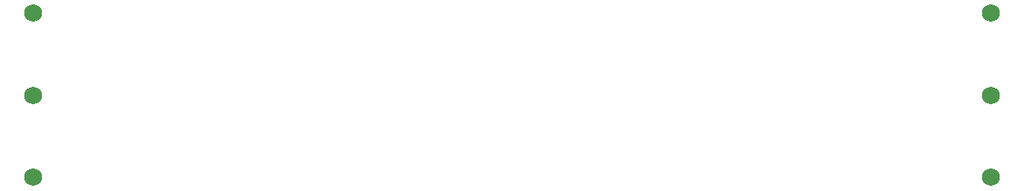
<source format=gbr>
G04 #@! TF.FileFunction,Soldermask,Bot*
%FSLAX46Y46*%
G04 Gerber Fmt 4.6, Leading zero omitted, Abs format (unit mm)*
G04 Created by KiCad (PCBNEW (after 2015-may-25 BZR unknown)-product) date 6/10/2015 5:06:00 PM*
%MOMM*%
G01*
G04 APERTURE LIST*
%ADD10C,0.100000*%
%ADD11C,1.750000*%
G04 APERTURE END LIST*
D10*
D11*
X69500000Y-76000000D03*
X69500000Y-68000000D03*
X69500000Y-60000000D03*
X162500000Y-76000000D03*
X162500000Y-68000000D03*
X162500000Y-60000000D03*
M02*

</source>
